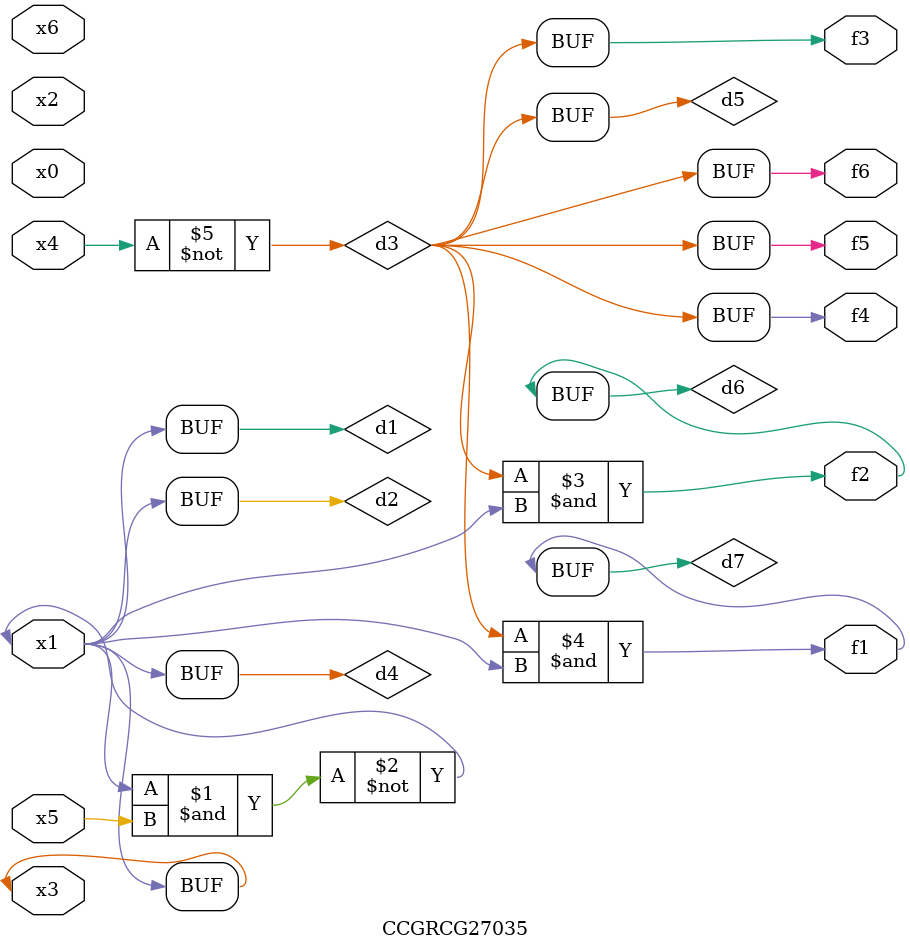
<source format=v>
module CCGRCG27035(
	input x0, x1, x2, x3, x4, x5, x6,
	output f1, f2, f3, f4, f5, f6
);

	wire d1, d2, d3, d4, d5, d6, d7;

	buf (d1, x1, x3);
	nand (d2, x1, x5);
	not (d3, x4);
	buf (d4, d1, d2);
	buf (d5, d3);
	and (d6, d3, d4);
	and (d7, d3, d4);
	assign f1 = d7;
	assign f2 = d6;
	assign f3 = d5;
	assign f4 = d5;
	assign f5 = d5;
	assign f6 = d5;
endmodule

</source>
